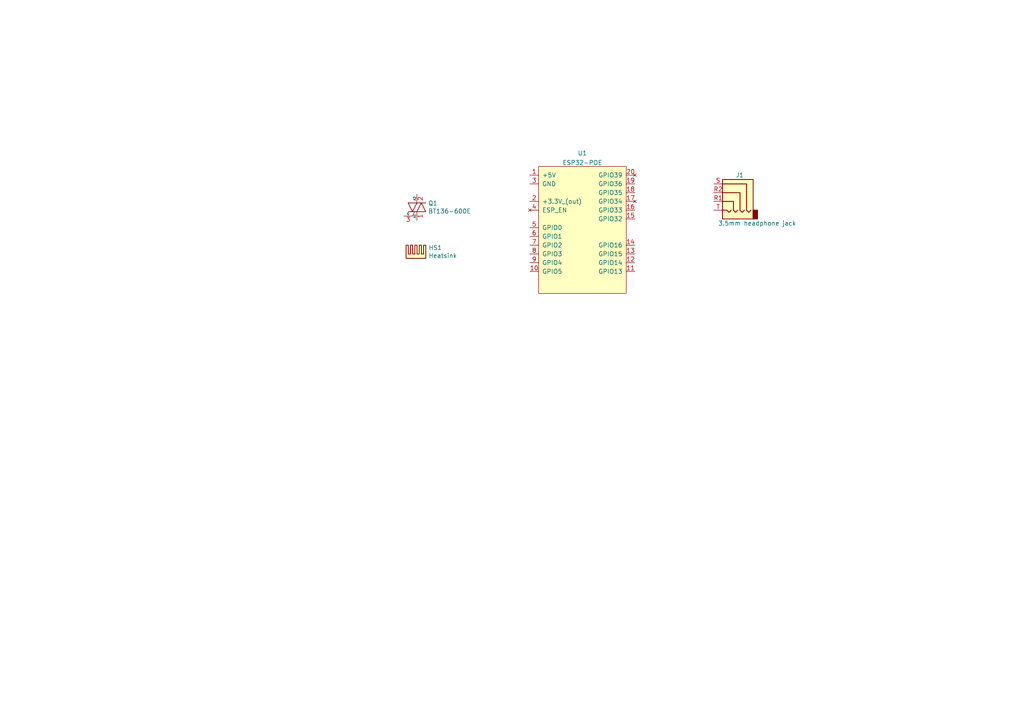
<source format=kicad_sch>
(kicad_sch (version 20230121) (generator eeschema)

  (uuid 099096e4-8c2a-4d84-a16f-06b4b6330e7a)

  (paper "A4")

  (lib_symbols
    (symbol "Connector:AudioJack4" (in_bom yes) (on_board yes)
      (property "Reference" "J" (at 0 8.89 0)
        (effects (font (size 1.27 1.27)))
      )
      (property "Value" "AudioJack4" (at 0 6.35 0)
        (effects (font (size 1.27 1.27)))
      )
      (property "Footprint" "" (at 0 0 0)
        (effects (font (size 1.27 1.27)) hide)
      )
      (property "Datasheet" "~" (at 0 0 0)
        (effects (font (size 1.27 1.27)) hide)
      )
      (property "ki_keywords" "audio jack receptacle stereo headphones TRRS connector" (at 0 0 0)
        (effects (font (size 1.27 1.27)) hide)
      )
      (property "ki_description" "Audio Jack, 4 Poles (TRRS)" (at 0 0 0)
        (effects (font (size 1.27 1.27)) hide)
      )
      (property "ki_fp_filters" "Jack*" (at 0 0 0)
        (effects (font (size 1.27 1.27)) hide)
      )
      (symbol "AudioJack4_0_1"
        (rectangle (start -6.35 -5.08) (end -7.62 -7.62)
          (stroke (width 0.254) (type default))
          (fill (type outline))
        )
        (polyline
          (pts
            (xy 0 -5.08)
            (xy 0.635 -5.715)
            (xy 1.27 -5.08)
            (xy 2.54 -5.08)
          )
          (stroke (width 0.254) (type default))
          (fill (type none))
        )
        (polyline
          (pts
            (xy -5.715 -5.08)
            (xy -5.08 -5.715)
            (xy -4.445 -5.08)
            (xy -4.445 2.54)
            (xy 2.54 2.54)
          )
          (stroke (width 0.254) (type default))
          (fill (type none))
        )
        (polyline
          (pts
            (xy -1.905 -5.08)
            (xy -1.27 -5.715)
            (xy -0.635 -5.08)
            (xy -0.635 -2.54)
            (xy 2.54 -2.54)
          )
          (stroke (width 0.254) (type default))
          (fill (type none))
        )
        (polyline
          (pts
            (xy 2.54 0)
            (xy -2.54 0)
            (xy -2.54 -5.08)
            (xy -3.175 -5.715)
            (xy -3.81 -5.08)
          )
          (stroke (width 0.254) (type default))
          (fill (type none))
        )
        (rectangle (start 2.54 3.81) (end -6.35 -7.62)
          (stroke (width 0.254) (type default))
          (fill (type background))
        )
      )
      (symbol "AudioJack4_1_1"
        (pin passive line (at 5.08 -2.54 180) (length 2.54)
          (name "~" (effects (font (size 1.27 1.27))))
          (number "R1" (effects (font (size 1.27 1.27))))
        )
        (pin passive line (at 5.08 0 180) (length 2.54)
          (name "~" (effects (font (size 1.27 1.27))))
          (number "R2" (effects (font (size 1.27 1.27))))
        )
        (pin passive line (at 5.08 2.54 180) (length 2.54)
          (name "~" (effects (font (size 1.27 1.27))))
          (number "S" (effects (font (size 1.27 1.27))))
        )
        (pin passive line (at 5.08 -5.08 180) (length 2.54)
          (name "~" (effects (font (size 1.27 1.27))))
          (number "T" (effects (font (size 1.27 1.27))))
        )
      )
    )
    (symbol "Mechanical:Heatsink" (pin_names (offset 1.016)) (in_bom yes) (on_board yes)
      (property "Reference" "HS" (at 0 5.08 0)
        (effects (font (size 1.27 1.27)))
      )
      (property "Value" "Heatsink" (at 0 -1.27 0)
        (effects (font (size 1.27 1.27)))
      )
      (property "Footprint" "" (at 0.3048 0 0)
        (effects (font (size 1.27 1.27)) hide)
      )
      (property "Datasheet" "~" (at 0.3048 0 0)
        (effects (font (size 1.27 1.27)) hide)
      )
      (property "ki_keywords" "thermal heat temperature" (at 0 0 0)
        (effects (font (size 1.27 1.27)) hide)
      )
      (property "ki_description" "Heatsink" (at 0 0 0)
        (effects (font (size 1.27 1.27)) hide)
      )
      (property "ki_fp_filters" "Heatsink_*" (at 0 0 0)
        (effects (font (size 1.27 1.27)) hide)
      )
      (symbol "Heatsink_0_1"
        (polyline
          (pts
            (xy -0.3302 1.27)
            (xy -0.9652 1.27)
            (xy -0.9652 3.81)
            (xy -1.6002 3.81)
            (xy -1.6002 1.27)
            (xy -2.2352 1.27)
            (xy -2.2352 3.81)
            (xy -2.8702 3.81)
            (xy -2.8702 0)
            (xy -0.9652 0)
          )
          (stroke (width 0.254) (type default))
          (fill (type background))
        )
        (polyline
          (pts
            (xy -0.3302 1.27)
            (xy -0.3302 3.81)
            (xy 0.3048 3.81)
            (xy 0.3048 1.27)
            (xy 0.9398 1.27)
            (xy 0.9398 3.81)
            (xy 1.5748 3.81)
            (xy 1.5748 1.27)
            (xy 2.2098 1.27)
            (xy 2.2098 3.81)
            (xy 2.8448 3.81)
            (xy 2.8448 0)
            (xy -0.9652 0)
          )
          (stroke (width 0.254) (type default))
          (fill (type background))
        )
      )
    )
    (symbol "Triac_Thyristor:BT136-600" (pin_names (offset 0)) (in_bom yes) (on_board yes)
      (property "Reference" "Q" (at 5.08 1.905 0)
        (effects (font (size 1.27 1.27)) (justify left))
      )
      (property "Value" "BT136-600" (at 5.08 0 0)
        (effects (font (size 1.27 1.27)) (justify left))
      )
      (property "Footprint" "Package_TO_SOT_THT:TO-220-3_Vertical" (at 5.08 -1.905 0)
        (effects (font (size 1.27 1.27) italic) (justify left) hide)
      )
      (property "Datasheet" "http://www.micropik.com/PDF/BT136-600.pdf" (at 0 0 0)
        (effects (font (size 1.27 1.27)) (justify left) hide)
      )
      (property "ki_keywords" "Triac" (at 0 0 0)
        (effects (font (size 1.27 1.27)) hide)
      )
      (property "ki_description" "4A RMS, 500V Off-State Voltage, Triac, TO-220" (at 0 0 0)
        (effects (font (size 1.27 1.27)) hide)
      )
      (property "ki_fp_filters" "TO?220*" (at 0 0 0)
        (effects (font (size 1.27 1.27)) hide)
      )
      (symbol "BT136-600_0_1"
        (polyline
          (pts
            (xy -2.54 -1.27)
            (xy 2.54 -1.27)
          )
          (stroke (width 0.2032) (type default))
          (fill (type none))
        )
        (polyline
          (pts
            (xy -2.54 1.27)
            (xy 2.54 1.27)
          )
          (stroke (width 0.2032) (type default))
          (fill (type none))
        )
        (polyline
          (pts
            (xy -1.27 -2.54)
            (xy -0.635 -1.27)
          )
          (stroke (width 0) (type default))
          (fill (type none))
        )
        (polyline
          (pts
            (xy -2.54 1.27)
            (xy -1.27 -1.27)
            (xy 0 1.27)
          )
          (stroke (width 0.2032) (type default))
          (fill (type none))
        )
        (polyline
          (pts
            (xy 0 -1.27)
            (xy 1.27 1.27)
            (xy 2.54 -1.27)
          )
          (stroke (width 0.2032) (type default))
          (fill (type none))
        )
      )
      (symbol "BT136-600_1_1"
        (pin passive line (at 0 -3.81 90) (length 2.54)
          (name "A1" (effects (font (size 0.635 0.635))))
          (number "1" (effects (font (size 1.27 1.27))))
        )
        (pin passive line (at 0 3.81 270) (length 2.54)
          (name "A2" (effects (font (size 0.635 0.635))))
          (number "2" (effects (font (size 1.27 1.27))))
        )
        (pin input line (at -3.81 -2.54 0) (length 2.54)
          (name "G" (effects (font (size 0.635 0.635))))
          (number "3" (effects (font (size 1.27 1.27))))
        )
      )
    )
    (symbol "mylife-symbols:ESP32-POE-ISO" (pin_names (offset 1.016)) (in_bom yes) (on_board yes)
      (property "Reference" "U" (at 0 21.59 0)
        (effects (font (size 1.27 1.27)))
      )
      (property "Value" "ESP32-POE-ISO" (at 0 19.05 0)
        (effects (font (size 1.27 1.27)))
      )
      (property "Footprint" "" (at 0 21.59 0)
        (effects (font (size 1.27 1.27)) hide)
      )
      (property "Datasheet" "https://www.olimex.com/Products/IoT/ESP32/ESP32-POE-ISO/open-source-hardware" (at 0 21.59 0)
        (effects (font (size 1.27 1.27)) hide)
      )
      (symbol "ESP32-POE-ISO_0_1"
        (rectangle (start -12.7 17.78) (end 12.7 -19.05)
          (stroke (width 0) (type default))
          (fill (type background))
        )
      )
      (symbol "ESP32-POE-ISO_1_1"
        (pin power_in line (at -15.24 15.24 0) (length 2.54)
          (name "+5V" (effects (font (size 1.27 1.27))))
          (number "1" (effects (font (size 1.27 1.27))))
        )
        (pin bidirectional line (at -15.24 -12.7 0) (length 2.54)
          (name "GPIO5" (effects (font (size 1.27 1.27))))
          (number "10" (effects (font (size 1.27 1.27))))
        )
        (pin bidirectional line (at 15.24 -12.7 180) (length 2.54)
          (name "GPIO13" (effects (font (size 1.27 1.27))))
          (number "11" (effects (font (size 1.27 1.27))))
        )
        (pin bidirectional line (at 15.24 -10.16 180) (length 2.54)
          (name "GPIO14" (effects (font (size 1.27 1.27))))
          (number "12" (effects (font (size 1.27 1.27))))
        )
        (pin bidirectional line (at 15.24 -7.62 180) (length 2.54)
          (name "GPIO15" (effects (font (size 1.27 1.27))))
          (number "13" (effects (font (size 1.27 1.27))))
        )
        (pin bidirectional line (at 15.24 -5.08 180) (length 2.54)
          (name "GPIO16" (effects (font (size 1.27 1.27))))
          (number "14" (effects (font (size 1.27 1.27))))
        )
        (pin bidirectional line (at 15.24 2.54 180) (length 2.54)
          (name "GPIO32" (effects (font (size 1.27 1.27))))
          (number "15" (effects (font (size 1.27 1.27))))
        )
        (pin bidirectional line (at 15.24 5.08 180) (length 2.54)
          (name "GPIO33" (effects (font (size 1.27 1.27))))
          (number "16" (effects (font (size 1.27 1.27))))
        )
        (pin no_connect line (at 15.24 7.62 180) (length 2.54)
          (name "GPIO34" (effects (font (size 1.27 1.27))))
          (number "17" (effects (font (size 1.27 1.27))))
        )
        (pin bidirectional line (at 15.24 10.16 180) (length 2.54)
          (name "GPIO35" (effects (font (size 1.27 1.27))))
          (number "18" (effects (font (size 1.27 1.27))))
        )
        (pin bidirectional line (at 15.24 12.7 180) (length 2.54)
          (name "GPIO36" (effects (font (size 1.27 1.27))))
          (number "19" (effects (font (size 1.27 1.27))))
        )
        (pin power_out line (at -15.24 7.62 0) (length 2.54)
          (name "+3.3V_(out)" (effects (font (size 1.27 1.27))))
          (number "2" (effects (font (size 1.27 1.27))))
        )
        (pin no_connect line (at 15.24 15.24 180) (length 2.54)
          (name "GPIO39" (effects (font (size 1.27 1.27))))
          (number "20" (effects (font (size 1.27 1.27))))
        )
        (pin power_in line (at -15.24 12.7 0) (length 2.54)
          (name "GND" (effects (font (size 1.27 1.27))))
          (number "3" (effects (font (size 1.27 1.27))))
        )
        (pin no_connect line (at -15.24 5.08 0) (length 2.54)
          (name "ESP_EN" (effects (font (size 1.27 1.27))))
          (number "4" (effects (font (size 1.27 1.27))))
        )
        (pin bidirectional line (at -15.24 0 0) (length 2.54)
          (name "GPIO0" (effects (font (size 1.27 1.27))))
          (number "5" (effects (font (size 1.27 1.27))))
        )
        (pin bidirectional line (at -15.24 -2.54 0) (length 2.54)
          (name "GPIO1" (effects (font (size 1.27 1.27))))
          (number "6" (effects (font (size 1.27 1.27))))
        )
        (pin bidirectional line (at -15.24 -5.08 0) (length 2.54)
          (name "GPIO2" (effects (font (size 1.27 1.27))))
          (number "7" (effects (font (size 1.27 1.27))))
        )
        (pin bidirectional line (at -15.24 -7.62 0) (length 2.54)
          (name "GPIO3" (effects (font (size 1.27 1.27))))
          (number "8" (effects (font (size 1.27 1.27))))
        )
        (pin bidirectional line (at -15.24 -10.16 0) (length 2.54)
          (name "GPIO4" (effects (font (size 1.27 1.27))))
          (number "9" (effects (font (size 1.27 1.27))))
        )
      )
    )
  )


  (symbol (lib_id "Triac_Thyristor:BT136-600") (at 120.9218 60.123 0) (unit 1)
    (in_bom yes) (on_board yes) (dnp no)
    (uuid 454f904e-82bf-4e7d-b35d-84e6146c4439)
    (property "Reference" "Q1" (at 124.173 58.9546 0)
      (effects (font (size 1.27 1.27)) (justify left))
    )
    (property "Value" "BT136-600E" (at 124.173 61.266 0)
      (effects (font (size 1.27 1.27)) (justify left))
    )
    (property "Footprint" "Package_TO_SOT_THT:TO-220-3_Vertical" (at 126.0018 62.028 0)
      (effects (font (size 1.27 1.27) italic) (justify left) hide)
    )
    (property "Datasheet" "https://docs.rs-online.com/b244/0900766b813f8939.pdf" (at 120.9218 60.123 0)
      (effects (font (size 1.27 1.27)) (justify left) hide)
    )
    (pin "1" (uuid 3a1c418d-56f6-44a4-995a-8dfd96ebe3e4))
    (pin "2" (uuid bba6e582-4bcc-4a5a-a4fe-ad39a597c75e))
    (pin "3" (uuid d33b42cd-c155-4360-8691-c1b2976ec9d8))
    (instances
      (project "bed-smart-plug"
        (path "/099096e4-8c2a-4d84-a16f-06b4b6330e7a"
          (reference "Q1") (unit 1)
        )
      )
    )
  )

  (symbol (lib_id "Mechanical:Heatsink") (at 120.65 74.93 0) (unit 1)
    (in_bom yes) (on_board yes) (dnp no)
    (uuid 8605ba3d-2c5c-4db5-af60-8615a50bcf6c)
    (property "Reference" "HS1" (at 124.2568 71.8566 0)
      (effects (font (size 1.27 1.27)) (justify left))
    )
    (property "Value" "Heatsink" (at 124.2568 74.168 0)
      (effects (font (size 1.27 1.27)) (justify left))
    )
    (property "Footprint" "Heatsink:Heatsink_Fischer_SK104-STC-STIC_35x13mm_2xDrill2.5mm" (at 120.9548 74.93 0)
      (effects (font (size 1.27 1.27)) hide)
    )
    (property "Datasheet" "~" (at 120.9548 74.93 0)
      (effects (font (size 1.27 1.27)) hide)
    )
    (instances
      (project "bed-smart-plug"
        (path "/099096e4-8c2a-4d84-a16f-06b4b6330e7a"
          (reference "HS1") (unit 1)
        )
      )
    )
  )

  (symbol (lib_id "Connector:AudioJack4") (at 212.09 55.88 0) (mirror y) (unit 1)
    (in_bom yes) (on_board yes) (dnp no)
    (uuid c86ccba5-7ec4-4789-8394-c7ddce236e95)
    (property "Reference" "J1" (at 213.36 50.8 0)
      (effects (font (size 1.27 1.27)) (justify right))
    )
    (property "Value" "3.5mm headphone jack" (at 208.28 64.77 0)
      (effects (font (size 1.27 1.27)) (justify right))
    )
    (property "Footprint" "Connector_Audio:Jack_3.5mm_PJ320D_Horizontal" (at 212.09 55.88 0)
      (effects (font (size 1.27 1.27)) hide)
    )
    (property "Datasheet" "https://datasheet.lcsc.com/lcsc/2005041005_USAKRO-PJ-320D_C521460.pdf" (at 212.09 55.88 0)
      (effects (font (size 1.27 1.27)) hide)
    )
    (property "LCSC" "C521460" (at 212.09 55.88 0)
      (effects (font (size 1.27 1.27)) hide)
    )
    (pin "R1" (uuid 64377426-3aa8-48d1-83bf-56712634195e))
    (pin "R2" (uuid 2828e4ff-8ad9-4c8c-a7c7-1fdfdccd0948))
    (pin "S" (uuid 870a8dcd-d964-4fe0-8d15-8be048828d69))
    (pin "T" (uuid d3f417f6-249b-4b91-bf9b-dc5f409bf201))
    (instances
      (project "bed-smart-plug"
        (path "/099096e4-8c2a-4d84-a16f-06b4b6330e7a"
          (reference "J1") (unit 1)
        )
      )
      (project "prototype-3"
        (path "/9e00edb4-f0f4-46bc-a82d-075ebfd0d3ed"
          (reference "J8") (unit 1)
        )
      )
    )
  )

  (symbol (lib_id "mylife-symbols:ESP32-POE-ISO") (at 168.91 66.04 0) (unit 1)
    (in_bom yes) (on_board yes) (dnp no) (fields_autoplaced)
    (uuid e9dc7661-a02d-458c-8eb0-2b730755d2e1)
    (property "Reference" "U1" (at 168.91 44.4205 0)
      (effects (font (size 1.27 1.27)))
    )
    (property "Value" "ESP32-POE" (at 168.91 47.1956 0)
      (effects (font (size 1.27 1.27)))
    )
    (property "Footprint" "mylife-footprints:ESP32-POE" (at 168.91 44.45 0)
      (effects (font (size 1.27 1.27)) hide)
    )
    (property "Datasheet" "https://www.olimex.com/Products/IoT/ESP32/ESP32-POE/open-source-hardware" (at 168.91 44.45 0)
      (effects (font (size 1.27 1.27)) hide)
    )
    (pin "1" (uuid 3aa75107-decf-467a-ae47-69be5dc0c576))
    (pin "10" (uuid d82a6f54-76f0-4b6b-929a-12455eb210ba))
    (pin "11" (uuid 9bb8740a-4edc-4322-ad4f-d84258fdcdde))
    (pin "12" (uuid f0cafd6c-8559-4043-898b-d39b55bb258b))
    (pin "13" (uuid 203d0c48-9d0f-4af1-8a76-dfaf670b466a))
    (pin "14" (uuid 9b20d0df-4bd7-40b1-bcd8-ba5c28f5c16e))
    (pin "15" (uuid 3b5805ef-b602-4a14-ba7b-940451f5ce32))
    (pin "16" (uuid d6ecbc0d-ce08-4e98-aab2-86b0b262937e))
    (pin "17" (uuid 163215c3-5cf2-45d9-bc67-d73734e3151d))
    (pin "18" (uuid dc585e91-95f5-4028-8eb7-abfee4d68dfa))
    (pin "19" (uuid 4e8a79d5-2a77-44af-9ca3-1f17edb31607))
    (pin "2" (uuid 0cf948b9-7193-4908-92ed-851a1b344065))
    (pin "20" (uuid ed21d35f-04de-46a0-8715-4461f646865b))
    (pin "3" (uuid 126cc78d-4cd3-4010-ab1c-f62f6722350e))
    (pin "4" (uuid c40296cf-c9a7-4fe5-b2da-fbb9caf90eb5))
    (pin "5" (uuid c1da06a1-b557-4b8d-9245-841feffc9689))
    (pin "6" (uuid 7ee0f5f7-a128-4050-93c8-bac32c66e207))
    (pin "7" (uuid c5980b29-00d4-4bb2-b459-3631d60fe46c))
    (pin "8" (uuid 26652cee-b788-4757-ae9c-b00b81cc0808))
    (pin "9" (uuid 8a7a3468-35a4-4433-9de1-92918fd5f2fa))
    (instances
      (project "bed-smart-plug"
        (path "/099096e4-8c2a-4d84-a16f-06b4b6330e7a"
          (reference "U1") (unit 1)
        )
      )
      (project "garden-box"
        (path "/e63e39d7-6ac0-4ffd-8aa3-1841a4541b55"
          (reference "U1") (unit 1)
        )
      )
    )
  )

  (sheet_instances
    (path "/" (page "1"))
  )
)

</source>
